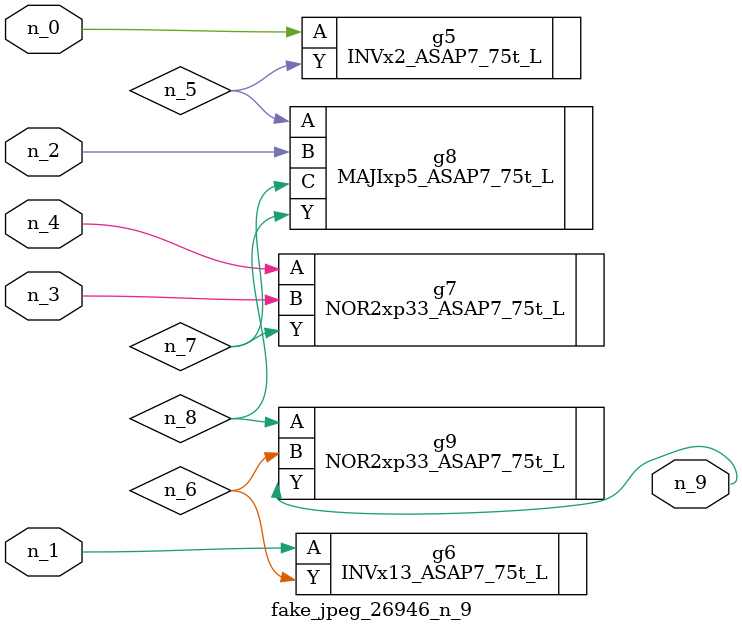
<source format=v>
module fake_jpeg_26946_n_9 (n_3, n_2, n_1, n_0, n_4, n_9);

input n_3;
input n_2;
input n_1;
input n_0;
input n_4;

output n_9;

wire n_8;
wire n_6;
wire n_5;
wire n_7;

INVx2_ASAP7_75t_L g5 ( 
.A(n_0),
.Y(n_5)
);

INVx13_ASAP7_75t_L g6 ( 
.A(n_1),
.Y(n_6)
);

NOR2xp33_ASAP7_75t_L g7 ( 
.A(n_4),
.B(n_3),
.Y(n_7)
);

MAJIxp5_ASAP7_75t_L g8 ( 
.A(n_5),
.B(n_2),
.C(n_7),
.Y(n_8)
);

NOR2xp33_ASAP7_75t_L g9 ( 
.A(n_8),
.B(n_6),
.Y(n_9)
);


endmodule
</source>
